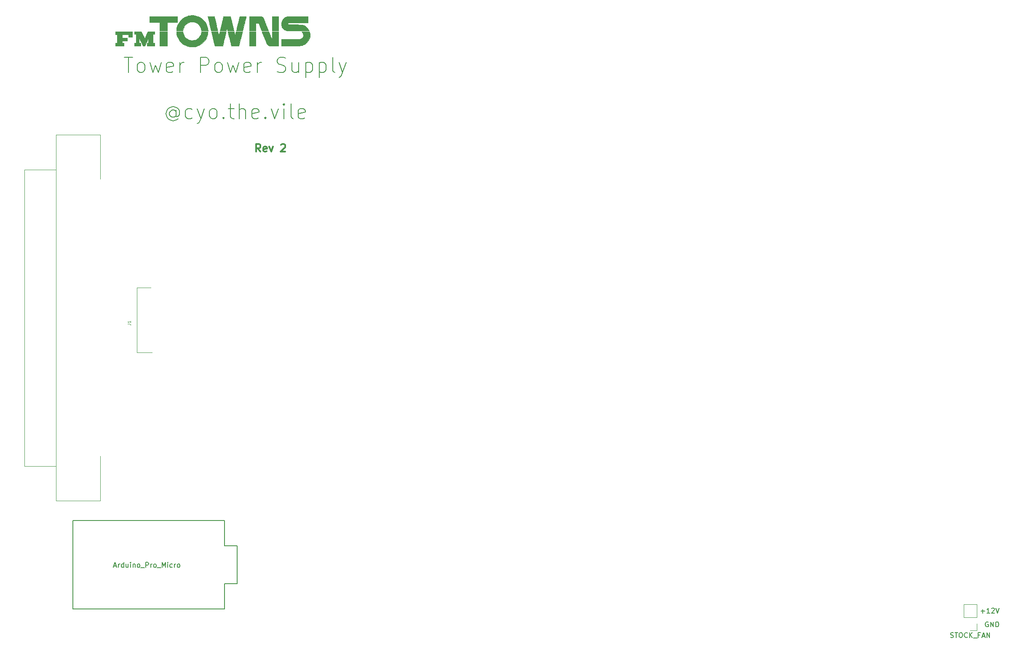
<source format=gbr>
%TF.GenerationSoftware,KiCad,Pcbnew,(5.1.10)-1*%
%TF.CreationDate,2022-08-08T13:21:15-05:00*%
%TF.ProjectId,FM Towns Pico Adapter,464d2054-6f77-46e7-9320-5069636f2041,rev?*%
%TF.SameCoordinates,Original*%
%TF.FileFunction,Legend,Top*%
%TF.FilePolarity,Positive*%
%FSLAX46Y46*%
G04 Gerber Fmt 4.6, Leading zero omitted, Abs format (unit mm)*
G04 Created by KiCad (PCBNEW (5.1.10)-1) date 2022-08-08 13:21:15*
%MOMM*%
%LPD*%
G01*
G04 APERTURE LIST*
%ADD10C,0.300000*%
%ADD11C,0.150000*%
%ADD12C,0.120000*%
%ADD13C,0.010000*%
%ADD14C,0.100000*%
%ADD15C,0.121920*%
G04 APERTURE END LIST*
D10*
X81479485Y-65143771D02*
X80979485Y-64429485D01*
X80622342Y-65143771D02*
X80622342Y-63643771D01*
X81193771Y-63643771D01*
X81336628Y-63715200D01*
X81408057Y-63786628D01*
X81479485Y-63929485D01*
X81479485Y-64143771D01*
X81408057Y-64286628D01*
X81336628Y-64358057D01*
X81193771Y-64429485D01*
X80622342Y-64429485D01*
X82693771Y-65072342D02*
X82550914Y-65143771D01*
X82265200Y-65143771D01*
X82122342Y-65072342D01*
X82050914Y-64929485D01*
X82050914Y-64358057D01*
X82122342Y-64215200D01*
X82265200Y-64143771D01*
X82550914Y-64143771D01*
X82693771Y-64215200D01*
X82765200Y-64358057D01*
X82765200Y-64500914D01*
X82050914Y-64643771D01*
X83265200Y-64143771D02*
X83622342Y-65143771D01*
X83979485Y-64143771D01*
X85622342Y-63786628D02*
X85693771Y-63715200D01*
X85836628Y-63643771D01*
X86193771Y-63643771D01*
X86336628Y-63715200D01*
X86408057Y-63786628D01*
X86479485Y-63929485D01*
X86479485Y-64072342D01*
X86408057Y-64286628D01*
X85550914Y-65143771D01*
X86479485Y-65143771D01*
D11*
X226298095Y-157511428D02*
X227060000Y-157511428D01*
X226679047Y-157892380D02*
X226679047Y-157130476D01*
X228060000Y-157892380D02*
X227488571Y-157892380D01*
X227774285Y-157892380D02*
X227774285Y-156892380D01*
X227679047Y-157035238D01*
X227583809Y-157130476D01*
X227488571Y-157178095D01*
X228440952Y-156987619D02*
X228488571Y-156940000D01*
X228583809Y-156892380D01*
X228821904Y-156892380D01*
X228917142Y-156940000D01*
X228964761Y-156987619D01*
X229012380Y-157082857D01*
X229012380Y-157178095D01*
X228964761Y-157320952D01*
X228393333Y-157892380D01*
X229012380Y-157892380D01*
X229298095Y-156892380D02*
X229631428Y-157892380D01*
X229964761Y-156892380D01*
X227758095Y-159710000D02*
X227662857Y-159662380D01*
X227520000Y-159662380D01*
X227377142Y-159710000D01*
X227281904Y-159805238D01*
X227234285Y-159900476D01*
X227186666Y-160090952D01*
X227186666Y-160233809D01*
X227234285Y-160424285D01*
X227281904Y-160519523D01*
X227377142Y-160614761D01*
X227520000Y-160662380D01*
X227615238Y-160662380D01*
X227758095Y-160614761D01*
X227805714Y-160567142D01*
X227805714Y-160233809D01*
X227615238Y-160233809D01*
X228234285Y-160662380D02*
X228234285Y-159662380D01*
X228805714Y-160662380D01*
X228805714Y-159662380D01*
X229281904Y-160662380D02*
X229281904Y-159662380D01*
X229520000Y-159662380D01*
X229662857Y-159710000D01*
X229758095Y-159805238D01*
X229805714Y-159900476D01*
X229853333Y-160090952D01*
X229853333Y-160233809D01*
X229805714Y-160424285D01*
X229758095Y-160519523D01*
X229662857Y-160614761D01*
X229520000Y-160662380D01*
X229281904Y-160662380D01*
D12*
X56670040Y-92464400D02*
X59410040Y-92464400D01*
X56670040Y-105474400D02*
X56670040Y-92464400D01*
X59700040Y-105474400D02*
X56670040Y-105474400D01*
D11*
X52034112Y-148432626D02*
X52510302Y-148432626D01*
X51938874Y-148718340D02*
X52272207Y-147718340D01*
X52605540Y-148718340D01*
X52938874Y-148718340D02*
X52938874Y-148051674D01*
X52938874Y-148242150D02*
X52986493Y-148146912D01*
X53034112Y-148099293D01*
X53129350Y-148051674D01*
X53224588Y-148051674D01*
X53986493Y-148718340D02*
X53986493Y-147718340D01*
X53986493Y-148670721D02*
X53891255Y-148718340D01*
X53700779Y-148718340D01*
X53605540Y-148670721D01*
X53557921Y-148623102D01*
X53510302Y-148527864D01*
X53510302Y-148242150D01*
X53557921Y-148146912D01*
X53605540Y-148099293D01*
X53700779Y-148051674D01*
X53891255Y-148051674D01*
X53986493Y-148099293D01*
X54891255Y-148051674D02*
X54891255Y-148718340D01*
X54462683Y-148051674D02*
X54462683Y-148575483D01*
X54510302Y-148670721D01*
X54605540Y-148718340D01*
X54748398Y-148718340D01*
X54843636Y-148670721D01*
X54891255Y-148623102D01*
X55367445Y-148718340D02*
X55367445Y-148051674D01*
X55367445Y-147718340D02*
X55319826Y-147765960D01*
X55367445Y-147813579D01*
X55415064Y-147765960D01*
X55367445Y-147718340D01*
X55367445Y-147813579D01*
X55843636Y-148051674D02*
X55843636Y-148718340D01*
X55843636Y-148146912D02*
X55891255Y-148099293D01*
X55986493Y-148051674D01*
X56129350Y-148051674D01*
X56224588Y-148099293D01*
X56272207Y-148194531D01*
X56272207Y-148718340D01*
X56891255Y-148718340D02*
X56796017Y-148670721D01*
X56748398Y-148623102D01*
X56700779Y-148527864D01*
X56700779Y-148242150D01*
X56748398Y-148146912D01*
X56796017Y-148099293D01*
X56891255Y-148051674D01*
X57034112Y-148051674D01*
X57129350Y-148099293D01*
X57176969Y-148146912D01*
X57224588Y-148242150D01*
X57224588Y-148527864D01*
X57176969Y-148623102D01*
X57129350Y-148670721D01*
X57034112Y-148718340D01*
X56891255Y-148718340D01*
X57415064Y-148813579D02*
X58176969Y-148813579D01*
X58415064Y-148718340D02*
X58415064Y-147718340D01*
X58796017Y-147718340D01*
X58891255Y-147765960D01*
X58938874Y-147813579D01*
X58986493Y-147908817D01*
X58986493Y-148051674D01*
X58938874Y-148146912D01*
X58891255Y-148194531D01*
X58796017Y-148242150D01*
X58415064Y-148242150D01*
X59415064Y-148718340D02*
X59415064Y-148051674D01*
X59415064Y-148242150D02*
X59462683Y-148146912D01*
X59510302Y-148099293D01*
X59605540Y-148051674D01*
X59700779Y-148051674D01*
X60176969Y-148718340D02*
X60081731Y-148670721D01*
X60034112Y-148623102D01*
X59986493Y-148527864D01*
X59986493Y-148242150D01*
X60034112Y-148146912D01*
X60081731Y-148099293D01*
X60176969Y-148051674D01*
X60319826Y-148051674D01*
X60415064Y-148099293D01*
X60462683Y-148146912D01*
X60510302Y-148242150D01*
X60510302Y-148527864D01*
X60462683Y-148623102D01*
X60415064Y-148670721D01*
X60319826Y-148718340D01*
X60176969Y-148718340D01*
X60700779Y-148813579D02*
X61462683Y-148813579D01*
X61700779Y-148718340D02*
X61700779Y-147718340D01*
X62034112Y-148432626D01*
X62367445Y-147718340D01*
X62367445Y-148718340D01*
X62843636Y-148718340D02*
X62843636Y-148051674D01*
X62843636Y-147718340D02*
X62796017Y-147765960D01*
X62843636Y-147813579D01*
X62891255Y-147765960D01*
X62843636Y-147718340D01*
X62843636Y-147813579D01*
X63748398Y-148670721D02*
X63653159Y-148718340D01*
X63462683Y-148718340D01*
X63367445Y-148670721D01*
X63319826Y-148623102D01*
X63272207Y-148527864D01*
X63272207Y-148242150D01*
X63319826Y-148146912D01*
X63367445Y-148099293D01*
X63462683Y-148051674D01*
X63653159Y-148051674D01*
X63748398Y-148099293D01*
X64176969Y-148718340D02*
X64176969Y-148051674D01*
X64176969Y-148242150D02*
X64224588Y-148146912D01*
X64272207Y-148099293D01*
X64367445Y-148051674D01*
X64462683Y-148051674D01*
X64938874Y-148718340D02*
X64843636Y-148670721D01*
X64796017Y-148623102D01*
X64748398Y-148527864D01*
X64748398Y-148242150D01*
X64796017Y-148146912D01*
X64843636Y-148099293D01*
X64938874Y-148051674D01*
X65081731Y-148051674D01*
X65176969Y-148099293D01*
X65224588Y-148146912D01*
X65272207Y-148242150D01*
X65272207Y-148527864D01*
X65224588Y-148623102D01*
X65176969Y-148670721D01*
X65081731Y-148718340D01*
X64938874Y-148718340D01*
X54122857Y-46197142D02*
X55837142Y-46197142D01*
X54980000Y-49197142D02*
X54980000Y-46197142D01*
X57265714Y-49197142D02*
X56980000Y-49054285D01*
X56837142Y-48911428D01*
X56694285Y-48625714D01*
X56694285Y-47768571D01*
X56837142Y-47482857D01*
X56980000Y-47340000D01*
X57265714Y-47197142D01*
X57694285Y-47197142D01*
X57980000Y-47340000D01*
X58122857Y-47482857D01*
X58265714Y-47768571D01*
X58265714Y-48625714D01*
X58122857Y-48911428D01*
X57980000Y-49054285D01*
X57694285Y-49197142D01*
X57265714Y-49197142D01*
X59265714Y-47197142D02*
X59837142Y-49197142D01*
X60408571Y-47768571D01*
X60980000Y-49197142D01*
X61551428Y-47197142D01*
X63837142Y-49054285D02*
X63551428Y-49197142D01*
X62980000Y-49197142D01*
X62694285Y-49054285D01*
X62551428Y-48768571D01*
X62551428Y-47625714D01*
X62694285Y-47340000D01*
X62980000Y-47197142D01*
X63551428Y-47197142D01*
X63837142Y-47340000D01*
X63980000Y-47625714D01*
X63980000Y-47911428D01*
X62551428Y-48197142D01*
X65265714Y-49197142D02*
X65265714Y-47197142D01*
X65265714Y-47768571D02*
X65408571Y-47482857D01*
X65551428Y-47340000D01*
X65837142Y-47197142D01*
X66122857Y-47197142D01*
X69408571Y-49197142D02*
X69408571Y-46197142D01*
X70551428Y-46197142D01*
X70837142Y-46340000D01*
X70980000Y-46482857D01*
X71122857Y-46768571D01*
X71122857Y-47197142D01*
X70980000Y-47482857D01*
X70837142Y-47625714D01*
X70551428Y-47768571D01*
X69408571Y-47768571D01*
X72837142Y-49197142D02*
X72551428Y-49054285D01*
X72408571Y-48911428D01*
X72265714Y-48625714D01*
X72265714Y-47768571D01*
X72408571Y-47482857D01*
X72551428Y-47340000D01*
X72837142Y-47197142D01*
X73265714Y-47197142D01*
X73551428Y-47340000D01*
X73694285Y-47482857D01*
X73837142Y-47768571D01*
X73837142Y-48625714D01*
X73694285Y-48911428D01*
X73551428Y-49054285D01*
X73265714Y-49197142D01*
X72837142Y-49197142D01*
X74837142Y-47197142D02*
X75408571Y-49197142D01*
X75980000Y-47768571D01*
X76551428Y-49197142D01*
X77122857Y-47197142D01*
X79408571Y-49054285D02*
X79122857Y-49197142D01*
X78551428Y-49197142D01*
X78265714Y-49054285D01*
X78122857Y-48768571D01*
X78122857Y-47625714D01*
X78265714Y-47340000D01*
X78551428Y-47197142D01*
X79122857Y-47197142D01*
X79408571Y-47340000D01*
X79551428Y-47625714D01*
X79551428Y-47911428D01*
X78122857Y-48197142D01*
X80837142Y-49197142D02*
X80837142Y-47197142D01*
X80837142Y-47768571D02*
X80980000Y-47482857D01*
X81122857Y-47340000D01*
X81408571Y-47197142D01*
X81694285Y-47197142D01*
X84837142Y-49054285D02*
X85265714Y-49197142D01*
X85980000Y-49197142D01*
X86265714Y-49054285D01*
X86408571Y-48911428D01*
X86551428Y-48625714D01*
X86551428Y-48340000D01*
X86408571Y-48054285D01*
X86265714Y-47911428D01*
X85980000Y-47768571D01*
X85408571Y-47625714D01*
X85122857Y-47482857D01*
X84980000Y-47340000D01*
X84837142Y-47054285D01*
X84837142Y-46768571D01*
X84980000Y-46482857D01*
X85122857Y-46340000D01*
X85408571Y-46197142D01*
X86122857Y-46197142D01*
X86551428Y-46340000D01*
X89122857Y-47197142D02*
X89122857Y-49197142D01*
X87837142Y-47197142D02*
X87837142Y-48768571D01*
X87980000Y-49054285D01*
X88265714Y-49197142D01*
X88694285Y-49197142D01*
X88980000Y-49054285D01*
X89122857Y-48911428D01*
X90551428Y-47197142D02*
X90551428Y-50197142D01*
X90551428Y-47340000D02*
X90837142Y-47197142D01*
X91408571Y-47197142D01*
X91694285Y-47340000D01*
X91837142Y-47482857D01*
X91980000Y-47768571D01*
X91980000Y-48625714D01*
X91837142Y-48911428D01*
X91694285Y-49054285D01*
X91408571Y-49197142D01*
X90837142Y-49197142D01*
X90551428Y-49054285D01*
X93265714Y-47197142D02*
X93265714Y-50197142D01*
X93265714Y-47340000D02*
X93551428Y-47197142D01*
X94122857Y-47197142D01*
X94408571Y-47340000D01*
X94551428Y-47482857D01*
X94694285Y-47768571D01*
X94694285Y-48625714D01*
X94551428Y-48911428D01*
X94408571Y-49054285D01*
X94122857Y-49197142D01*
X93551428Y-49197142D01*
X93265714Y-49054285D01*
X96408571Y-49197142D02*
X96122857Y-49054285D01*
X95980000Y-48768571D01*
X95980000Y-46197142D01*
X97265714Y-47197142D02*
X97980000Y-49197142D01*
X98694285Y-47197142D02*
X97980000Y-49197142D01*
X97694285Y-49911428D01*
X97551428Y-50054285D01*
X97265714Y-50197142D01*
X64480000Y-57068571D02*
X64337142Y-56925714D01*
X64051428Y-56782857D01*
X63765714Y-56782857D01*
X63480000Y-56925714D01*
X63337142Y-57068571D01*
X63194285Y-57354285D01*
X63194285Y-57640000D01*
X63337142Y-57925714D01*
X63480000Y-58068571D01*
X63765714Y-58211428D01*
X64051428Y-58211428D01*
X64337142Y-58068571D01*
X64480000Y-57925714D01*
X64480000Y-56782857D02*
X64480000Y-57925714D01*
X64622857Y-58068571D01*
X64765714Y-58068571D01*
X65051428Y-57925714D01*
X65194285Y-57640000D01*
X65194285Y-56925714D01*
X64908571Y-56497142D01*
X64480000Y-56211428D01*
X63908571Y-56068571D01*
X63337142Y-56211428D01*
X62908571Y-56497142D01*
X62622857Y-56925714D01*
X62480000Y-57497142D01*
X62622857Y-58068571D01*
X62908571Y-58497142D01*
X63337142Y-58782857D01*
X63908571Y-58925714D01*
X64480000Y-58782857D01*
X64908571Y-58497142D01*
X67765714Y-58354285D02*
X67480000Y-58497142D01*
X66908571Y-58497142D01*
X66622857Y-58354285D01*
X66480000Y-58211428D01*
X66337142Y-57925714D01*
X66337142Y-57068571D01*
X66480000Y-56782857D01*
X66622857Y-56640000D01*
X66908571Y-56497142D01*
X67480000Y-56497142D01*
X67765714Y-56640000D01*
X68765714Y-56497142D02*
X69480000Y-58497142D01*
X70194285Y-56497142D02*
X69480000Y-58497142D01*
X69194285Y-59211428D01*
X69051428Y-59354285D01*
X68765714Y-59497142D01*
X71765714Y-58497142D02*
X71480000Y-58354285D01*
X71337142Y-58211428D01*
X71194285Y-57925714D01*
X71194285Y-57068571D01*
X71337142Y-56782857D01*
X71480000Y-56640000D01*
X71765714Y-56497142D01*
X72194285Y-56497142D01*
X72480000Y-56640000D01*
X72622857Y-56782857D01*
X72765714Y-57068571D01*
X72765714Y-57925714D01*
X72622857Y-58211428D01*
X72480000Y-58354285D01*
X72194285Y-58497142D01*
X71765714Y-58497142D01*
X74051428Y-58211428D02*
X74194285Y-58354285D01*
X74051428Y-58497142D01*
X73908571Y-58354285D01*
X74051428Y-58211428D01*
X74051428Y-58497142D01*
X75051428Y-56497142D02*
X76194285Y-56497142D01*
X75480000Y-55497142D02*
X75480000Y-58068571D01*
X75622857Y-58354285D01*
X75908571Y-58497142D01*
X76194285Y-58497142D01*
X77194285Y-58497142D02*
X77194285Y-55497142D01*
X78480000Y-58497142D02*
X78480000Y-56925714D01*
X78337142Y-56640000D01*
X78051428Y-56497142D01*
X77622857Y-56497142D01*
X77337142Y-56640000D01*
X77194285Y-56782857D01*
X81051428Y-58354285D02*
X80765714Y-58497142D01*
X80194285Y-58497142D01*
X79908571Y-58354285D01*
X79765714Y-58068571D01*
X79765714Y-56925714D01*
X79908571Y-56640000D01*
X80194285Y-56497142D01*
X80765714Y-56497142D01*
X81051428Y-56640000D01*
X81194285Y-56925714D01*
X81194285Y-57211428D01*
X79765714Y-57497142D01*
X82480000Y-58211428D02*
X82622857Y-58354285D01*
X82480000Y-58497142D01*
X82337142Y-58354285D01*
X82480000Y-58211428D01*
X82480000Y-58497142D01*
X83622857Y-56497142D02*
X84337142Y-58497142D01*
X85051428Y-56497142D01*
X86194285Y-58497142D02*
X86194285Y-56497142D01*
X86194285Y-55497142D02*
X86051428Y-55640000D01*
X86194285Y-55782857D01*
X86337142Y-55640000D01*
X86194285Y-55497142D01*
X86194285Y-55782857D01*
X88051428Y-58497142D02*
X87765714Y-58354285D01*
X87622857Y-58068571D01*
X87622857Y-55497142D01*
X90337142Y-58354285D02*
X90051428Y-58497142D01*
X89480000Y-58497142D01*
X89194285Y-58354285D01*
X89051428Y-58068571D01*
X89051428Y-56925714D01*
X89194285Y-56640000D01*
X89480000Y-56497142D01*
X90051428Y-56497142D01*
X90337142Y-56640000D01*
X90480000Y-56925714D01*
X90480000Y-57211428D01*
X89051428Y-57497142D01*
%TO.C,U1*%
X74263160Y-139285960D02*
X43783160Y-139285960D01*
X74263160Y-139285960D02*
X74263160Y-144365960D01*
X74263160Y-144365960D02*
X76803160Y-144365960D01*
X76803160Y-144365960D02*
X76803160Y-151985960D01*
X76803160Y-151985960D02*
X74263160Y-151985960D01*
X74263160Y-151985960D02*
X74263160Y-157065960D01*
X74263160Y-157065960D02*
X43783160Y-157065960D01*
X43783160Y-157065960D02*
X43783160Y-139285960D01*
D12*
%TO.C,STOCK_FAN*%
X225470000Y-156180000D02*
X222810000Y-156180000D01*
X225470000Y-158780000D02*
X225470000Y-156180000D01*
X222810000Y-158780000D02*
X222810000Y-156180000D01*
X225470000Y-158780000D02*
X222810000Y-158780000D01*
X225470000Y-160050000D02*
X225470000Y-161380000D01*
X225470000Y-161380000D02*
X224140000Y-161380000D01*
D13*
%TO.C,G\u002A\u002A\u002A*%
G36*
X65897366Y-41107433D02*
G01*
X65941235Y-41348094D01*
X66015607Y-41577507D01*
X66118314Y-41793346D01*
X66247187Y-41993284D01*
X66400057Y-42174993D01*
X66574758Y-42336147D01*
X66769120Y-42474419D01*
X66980975Y-42587481D01*
X67208155Y-42673006D01*
X67399972Y-42720130D01*
X67511765Y-42735131D01*
X67644535Y-42743248D01*
X67786101Y-42744495D01*
X67924285Y-42738886D01*
X68046906Y-42726434D01*
X68089815Y-42719361D01*
X68320277Y-42659161D01*
X68539296Y-42569573D01*
X68744341Y-42453190D01*
X68932880Y-42312601D01*
X69102381Y-42150398D01*
X69250312Y-41969171D01*
X69374141Y-41771511D01*
X69471336Y-41560010D01*
X69539365Y-41337258D01*
X69563332Y-41211551D01*
X69573838Y-41142853D01*
X69583271Y-41083164D01*
X69589848Y-41043731D01*
X69590582Y-41039700D01*
X69597711Y-41001600D01*
X70916592Y-41001600D01*
X70907217Y-41115900D01*
X70892757Y-41251866D01*
X70871508Y-41399461D01*
X70845833Y-41544174D01*
X70818095Y-41671490D01*
X70814336Y-41686493D01*
X70718587Y-41994617D01*
X70593126Y-42288741D01*
X70439727Y-42567009D01*
X70260166Y-42827565D01*
X70056219Y-43068553D01*
X69829661Y-43288116D01*
X69582268Y-43484400D01*
X69315816Y-43655547D01*
X69032079Y-43799702D01*
X68732834Y-43915009D01*
X68660817Y-43937610D01*
X68384337Y-44007589D01*
X68105203Y-44051227D01*
X67816080Y-44069355D01*
X67539666Y-44064462D01*
X67235684Y-44032150D01*
X66932606Y-43967707D01*
X66634487Y-43872720D01*
X66345385Y-43748779D01*
X66069356Y-43597470D01*
X65810459Y-43420383D01*
X65727800Y-43355190D01*
X65629322Y-43268856D01*
X65520983Y-43164087D01*
X65410590Y-43049204D01*
X65305951Y-42932530D01*
X65214875Y-42822387D01*
X65163448Y-42753734D01*
X64983912Y-42471596D01*
X64835697Y-42177552D01*
X64719235Y-41872775D01*
X64634954Y-41558436D01*
X64583285Y-41235709D01*
X64575181Y-41149767D01*
X64563209Y-41001600D01*
X65885341Y-41001600D01*
X65897366Y-41107433D01*
G37*
X65897366Y-41107433D02*
X65941235Y-41348094D01*
X66015607Y-41577507D01*
X66118314Y-41793346D01*
X66247187Y-41993284D01*
X66400057Y-42174993D01*
X66574758Y-42336147D01*
X66769120Y-42474419D01*
X66980975Y-42587481D01*
X67208155Y-42673006D01*
X67399972Y-42720130D01*
X67511765Y-42735131D01*
X67644535Y-42743248D01*
X67786101Y-42744495D01*
X67924285Y-42738886D01*
X68046906Y-42726434D01*
X68089815Y-42719361D01*
X68320277Y-42659161D01*
X68539296Y-42569573D01*
X68744341Y-42453190D01*
X68932880Y-42312601D01*
X69102381Y-42150398D01*
X69250312Y-41969171D01*
X69374141Y-41771511D01*
X69471336Y-41560010D01*
X69539365Y-41337258D01*
X69563332Y-41211551D01*
X69573838Y-41142853D01*
X69583271Y-41083164D01*
X69589848Y-41043731D01*
X69590582Y-41039700D01*
X69597711Y-41001600D01*
X70916592Y-41001600D01*
X70907217Y-41115900D01*
X70892757Y-41251866D01*
X70871508Y-41399461D01*
X70845833Y-41544174D01*
X70818095Y-41671490D01*
X70814336Y-41686493D01*
X70718587Y-41994617D01*
X70593126Y-42288741D01*
X70439727Y-42567009D01*
X70260166Y-42827565D01*
X70056219Y-43068553D01*
X69829661Y-43288116D01*
X69582268Y-43484400D01*
X69315816Y-43655547D01*
X69032079Y-43799702D01*
X68732834Y-43915009D01*
X68660817Y-43937610D01*
X68384337Y-44007589D01*
X68105203Y-44051227D01*
X67816080Y-44069355D01*
X67539666Y-44064462D01*
X67235684Y-44032150D01*
X66932606Y-43967707D01*
X66634487Y-43872720D01*
X66345385Y-43748779D01*
X66069356Y-43597470D01*
X65810459Y-43420383D01*
X65727800Y-43355190D01*
X65629322Y-43268856D01*
X65520983Y-43164087D01*
X65410590Y-43049204D01*
X65305951Y-42932530D01*
X65214875Y-42822387D01*
X65163448Y-42753734D01*
X64983912Y-42471596D01*
X64835697Y-42177552D01*
X64719235Y-41872775D01*
X64634954Y-41558436D01*
X64583285Y-41235709D01*
X64575181Y-41149767D01*
X64563209Y-41001600D01*
X65885341Y-41001600D01*
X65897366Y-41107433D01*
G36*
X56822557Y-40971781D02*
G01*
X57526982Y-40976200D01*
X57854386Y-41687400D01*
X57921477Y-41832951D01*
X57984532Y-41969385D01*
X58042081Y-42093551D01*
X58092656Y-42202295D01*
X58134789Y-42292467D01*
X58167011Y-42360915D01*
X58187854Y-42404486D01*
X58195595Y-42419716D01*
X58205421Y-42409705D01*
X58227347Y-42369439D01*
X58260839Y-42300085D01*
X58305367Y-42202811D01*
X58360399Y-42078784D01*
X58425402Y-41929173D01*
X58499845Y-41755144D01*
X58521426Y-41704283D01*
X58833452Y-40967733D01*
X60232933Y-40967733D01*
X60232933Y-41526533D01*
X59877022Y-41526533D01*
X59881411Y-42385900D01*
X59885799Y-43245267D01*
X60059366Y-43250092D01*
X60232933Y-43254918D01*
X60232933Y-43863675D01*
X58683533Y-43854867D01*
X58674285Y-43253733D01*
X58912133Y-43253733D01*
X58910987Y-42775367D01*
X58910093Y-42623098D01*
X58908229Y-42501768D01*
X58905421Y-42412010D01*
X58901692Y-42354461D01*
X58897067Y-42329756D01*
X58893917Y-42330867D01*
X58884619Y-42353107D01*
X58864202Y-42403601D01*
X58833960Y-42479092D01*
X58795191Y-42576324D01*
X58749189Y-42692042D01*
X58697252Y-42822991D01*
X58640675Y-42965914D01*
X58583817Y-43109800D01*
X58289641Y-43854867D01*
X58063254Y-43859388D01*
X57836866Y-43863909D01*
X57464995Y-43058080D01*
X57393477Y-42903494D01*
X57325968Y-42758330D01*
X57263836Y-42625475D01*
X57208448Y-42507816D01*
X57161171Y-42408241D01*
X57123371Y-42329638D01*
X57096416Y-42274893D01*
X57081673Y-42246895D01*
X57079508Y-42243836D01*
X57076237Y-42257907D01*
X57073543Y-42301781D01*
X57071500Y-42371400D01*
X57070183Y-42462704D01*
X57069666Y-42571635D01*
X57070025Y-42694132D01*
X57070379Y-42740344D01*
X57074866Y-43245267D01*
X57248433Y-43250092D01*
X57422000Y-43254918D01*
X57422000Y-43863333D01*
X56118133Y-43863333D01*
X56118133Y-43253733D01*
X56439866Y-43253733D01*
X56439866Y-41526533D01*
X56118133Y-41526533D01*
X56118133Y-40967362D01*
X56822557Y-40971781D01*
G37*
X56822557Y-40971781D02*
X57526982Y-40976200D01*
X57854386Y-41687400D01*
X57921477Y-41832951D01*
X57984532Y-41969385D01*
X58042081Y-42093551D01*
X58092656Y-42202295D01*
X58134789Y-42292467D01*
X58167011Y-42360915D01*
X58187854Y-42404486D01*
X58195595Y-42419716D01*
X58205421Y-42409705D01*
X58227347Y-42369439D01*
X58260839Y-42300085D01*
X58305367Y-42202811D01*
X58360399Y-42078784D01*
X58425402Y-41929173D01*
X58499845Y-41755144D01*
X58521426Y-41704283D01*
X58833452Y-40967733D01*
X60232933Y-40967733D01*
X60232933Y-41526533D01*
X59877022Y-41526533D01*
X59881411Y-42385900D01*
X59885799Y-43245267D01*
X60059366Y-43250092D01*
X60232933Y-43254918D01*
X60232933Y-43863675D01*
X58683533Y-43854867D01*
X58674285Y-43253733D01*
X58912133Y-43253733D01*
X58910987Y-42775367D01*
X58910093Y-42623098D01*
X58908229Y-42501768D01*
X58905421Y-42412010D01*
X58901692Y-42354461D01*
X58897067Y-42329756D01*
X58893917Y-42330867D01*
X58884619Y-42353107D01*
X58864202Y-42403601D01*
X58833960Y-42479092D01*
X58795191Y-42576324D01*
X58749189Y-42692042D01*
X58697252Y-42822991D01*
X58640675Y-42965914D01*
X58583817Y-43109800D01*
X58289641Y-43854867D01*
X58063254Y-43859388D01*
X57836866Y-43863909D01*
X57464995Y-43058080D01*
X57393477Y-42903494D01*
X57325968Y-42758330D01*
X57263836Y-42625475D01*
X57208448Y-42507816D01*
X57161171Y-42408241D01*
X57123371Y-42329638D01*
X57096416Y-42274893D01*
X57081673Y-42246895D01*
X57079508Y-42243836D01*
X57076237Y-42257907D01*
X57073543Y-42301781D01*
X57071500Y-42371400D01*
X57070183Y-42462704D01*
X57069666Y-42571635D01*
X57070025Y-42694132D01*
X57070379Y-42740344D01*
X57074866Y-43245267D01*
X57248433Y-43250092D01*
X57422000Y-43254918D01*
X57422000Y-43863333D01*
X56118133Y-43863333D01*
X56118133Y-43253733D01*
X56439866Y-43253733D01*
X56439866Y-41526533D01*
X56118133Y-41526533D01*
X56118133Y-40967362D01*
X56822557Y-40971781D01*
G36*
X62705199Y-43863333D02*
G01*
X61248933Y-43863333D01*
X61248933Y-41001600D01*
X62705199Y-41001600D01*
X62705199Y-43863333D01*
G37*
X62705199Y-43863333D02*
X61248933Y-43863333D01*
X61248933Y-41001600D01*
X62705199Y-41001600D01*
X62705199Y-43863333D01*
G36*
X55745600Y-42136133D02*
G01*
X54932800Y-42136133D01*
X54932800Y-41577333D01*
X53713599Y-41577333D01*
X53713599Y-42237733D01*
X54695733Y-42237733D01*
X54695733Y-42830400D01*
X53696666Y-42830400D01*
X53696666Y-43270667D01*
X54052266Y-43270667D01*
X54052266Y-43846400D01*
X52358933Y-43846400D01*
X52358933Y-43270667D01*
X52680666Y-43270667D01*
X52680666Y-41577333D01*
X52358933Y-41577333D01*
X52358933Y-40967733D01*
X55745600Y-40967733D01*
X55745600Y-42136133D01*
G37*
X55745600Y-42136133D02*
X54932800Y-42136133D01*
X54932800Y-41577333D01*
X53713599Y-41577333D01*
X53713599Y-42237733D01*
X54695733Y-42237733D01*
X54695733Y-42830400D01*
X53696666Y-42830400D01*
X53696666Y-43270667D01*
X54052266Y-43270667D01*
X54052266Y-43846400D01*
X52358933Y-43846400D01*
X52358933Y-43270667D01*
X52680666Y-43270667D01*
X52680666Y-41577333D01*
X52358933Y-41577333D01*
X52358933Y-40967733D01*
X55745600Y-40967733D01*
X55745600Y-42136133D01*
G36*
X72999839Y-41400621D02*
G01*
X73025572Y-41510040D01*
X73049481Y-41606196D01*
X73070420Y-41684912D01*
X73087240Y-41742009D01*
X73098795Y-41773307D01*
X73103289Y-41777388D01*
X73110557Y-41755081D01*
X73124301Y-41704794D01*
X73143244Y-41631512D01*
X73166110Y-41540222D01*
X73191621Y-41435910D01*
X73205464Y-41378367D01*
X73295585Y-41001600D01*
X74572114Y-41001600D01*
X74547491Y-41107433D01*
X74539672Y-41140420D01*
X74524557Y-41203586D01*
X74502806Y-41294191D01*
X74475080Y-41409494D01*
X74442038Y-41546755D01*
X74404340Y-41703234D01*
X74362647Y-41876191D01*
X74317617Y-42062885D01*
X74269912Y-42260576D01*
X74220192Y-42466524D01*
X74205925Y-42525600D01*
X73888982Y-43837933D01*
X73089224Y-43842332D01*
X72928279Y-43843071D01*
X72778158Y-43843477D01*
X72642161Y-43843562D01*
X72523585Y-43843337D01*
X72425729Y-43842813D01*
X72351892Y-43842002D01*
X72305373Y-43840915D01*
X72289466Y-43839585D01*
X72285631Y-43822753D01*
X72274565Y-43775733D01*
X72256923Y-43701275D01*
X72233362Y-43602124D01*
X72204538Y-43481030D01*
X72171109Y-43340741D01*
X72133729Y-43184004D01*
X72093056Y-43013566D01*
X72049746Y-42832177D01*
X72004456Y-42642584D01*
X71957841Y-42447535D01*
X71910559Y-42249777D01*
X71863265Y-42052060D01*
X71816616Y-41857129D01*
X71771269Y-41667735D01*
X71727879Y-41486623D01*
X71687104Y-41316543D01*
X71649600Y-41160242D01*
X71620645Y-41039700D01*
X71611488Y-41001600D01*
X72908443Y-41001600D01*
X72999839Y-41400621D01*
G37*
X72999839Y-41400621D02*
X73025572Y-41510040D01*
X73049481Y-41606196D01*
X73070420Y-41684912D01*
X73087240Y-41742009D01*
X73098795Y-41773307D01*
X73103289Y-41777388D01*
X73110557Y-41755081D01*
X73124301Y-41704794D01*
X73143244Y-41631512D01*
X73166110Y-41540222D01*
X73191621Y-41435910D01*
X73205464Y-41378367D01*
X73295585Y-41001600D01*
X74572114Y-41001600D01*
X74547491Y-41107433D01*
X74539672Y-41140420D01*
X74524557Y-41203586D01*
X74502806Y-41294191D01*
X74475080Y-41409494D01*
X74442038Y-41546755D01*
X74404340Y-41703234D01*
X74362647Y-41876191D01*
X74317617Y-42062885D01*
X74269912Y-42260576D01*
X74220192Y-42466524D01*
X74205925Y-42525600D01*
X73888982Y-43837933D01*
X73089224Y-43842332D01*
X72928279Y-43843071D01*
X72778158Y-43843477D01*
X72642161Y-43843562D01*
X72523585Y-43843337D01*
X72425729Y-43842813D01*
X72351892Y-43842002D01*
X72305373Y-43840915D01*
X72289466Y-43839585D01*
X72285631Y-43822753D01*
X72274565Y-43775733D01*
X72256923Y-43701275D01*
X72233362Y-43602124D01*
X72204538Y-43481030D01*
X72171109Y-43340741D01*
X72133729Y-43184004D01*
X72093056Y-43013566D01*
X72049746Y-42832177D01*
X72004456Y-42642584D01*
X71957841Y-42447535D01*
X71910559Y-42249777D01*
X71863265Y-42052060D01*
X71816616Y-41857129D01*
X71771269Y-41667735D01*
X71727879Y-41486623D01*
X71687104Y-41316543D01*
X71649600Y-41160242D01*
X71620645Y-41039700D01*
X71611488Y-41001600D01*
X72908443Y-41001600D01*
X72999839Y-41400621D01*
G36*
X77849356Y-41048167D02*
G01*
X77843625Y-41071474D01*
X77830531Y-41125172D01*
X77810689Y-41206737D01*
X77784709Y-41313644D01*
X77753206Y-41443370D01*
X77716791Y-41593391D01*
X77676077Y-41761183D01*
X77631678Y-41944222D01*
X77584205Y-42139984D01*
X77534272Y-42345946D01*
X77505091Y-42466333D01*
X77172648Y-43837933D01*
X76398525Y-43842338D01*
X76208859Y-43843234D01*
X76050606Y-43843541D01*
X75921319Y-43843205D01*
X75818548Y-43842174D01*
X75739844Y-43840395D01*
X75682759Y-43837814D01*
X75644844Y-43834379D01*
X75623650Y-43830035D01*
X75616880Y-43825404D01*
X75611642Y-43805873D01*
X75599014Y-43756599D01*
X75579722Y-43680498D01*
X75554495Y-43580485D01*
X75524060Y-43459476D01*
X75489145Y-43320384D01*
X75450478Y-43166126D01*
X75408786Y-42999616D01*
X75364798Y-42823770D01*
X75319240Y-42641503D01*
X75272841Y-42455730D01*
X75226329Y-42269366D01*
X75180430Y-42085325D01*
X75135872Y-41906524D01*
X75093384Y-41735878D01*
X75053693Y-41576301D01*
X75017527Y-41430708D01*
X74985613Y-41302016D01*
X74958680Y-41193138D01*
X74937454Y-41106990D01*
X74922663Y-41046487D01*
X74915036Y-41014545D01*
X74914133Y-41010225D01*
X74930444Y-41008270D01*
X74976892Y-41006470D01*
X75049745Y-41004877D01*
X75145274Y-41003542D01*
X75259748Y-41002517D01*
X75389436Y-41001853D01*
X75530609Y-41001601D01*
X75539525Y-41001600D01*
X75701985Y-41001691D01*
X75833811Y-41002066D01*
X75938237Y-41002875D01*
X76018497Y-41004270D01*
X76077823Y-41006402D01*
X76119448Y-41009423D01*
X76146606Y-41013483D01*
X76162530Y-41018734D01*
X76170453Y-41025326D01*
X76173088Y-41031233D01*
X76179329Y-41055802D01*
X76192263Y-41108122D01*
X76210624Y-41183026D01*
X76233149Y-41275349D01*
X76258570Y-41379922D01*
X76270637Y-41429676D01*
X76296728Y-41534426D01*
X76320828Y-41625715D01*
X76341685Y-41699232D01*
X76358045Y-41750668D01*
X76368657Y-41775711D01*
X76371522Y-41776810D01*
X76378626Y-41754675D01*
X76392210Y-41704548D01*
X76411009Y-41631408D01*
X76433754Y-41540230D01*
X76459177Y-41435991D01*
X76473013Y-41378367D01*
X76562997Y-41001600D01*
X77861178Y-41001600D01*
X77849356Y-41048167D01*
G37*
X77849356Y-41048167D02*
X77843625Y-41071474D01*
X77830531Y-41125172D01*
X77810689Y-41206737D01*
X77784709Y-41313644D01*
X77753206Y-41443370D01*
X77716791Y-41593391D01*
X77676077Y-41761183D01*
X77631678Y-41944222D01*
X77584205Y-42139984D01*
X77534272Y-42345946D01*
X77505091Y-42466333D01*
X77172648Y-43837933D01*
X76398525Y-43842338D01*
X76208859Y-43843234D01*
X76050606Y-43843541D01*
X75921319Y-43843205D01*
X75818548Y-43842174D01*
X75739844Y-43840395D01*
X75682759Y-43837814D01*
X75644844Y-43834379D01*
X75623650Y-43830035D01*
X75616880Y-43825404D01*
X75611642Y-43805873D01*
X75599014Y-43756599D01*
X75579722Y-43680498D01*
X75554495Y-43580485D01*
X75524060Y-43459476D01*
X75489145Y-43320384D01*
X75450478Y-43166126D01*
X75408786Y-42999616D01*
X75364798Y-42823770D01*
X75319240Y-42641503D01*
X75272841Y-42455730D01*
X75226329Y-42269366D01*
X75180430Y-42085325D01*
X75135872Y-41906524D01*
X75093384Y-41735878D01*
X75053693Y-41576301D01*
X75017527Y-41430708D01*
X74985613Y-41302016D01*
X74958680Y-41193138D01*
X74937454Y-41106990D01*
X74922663Y-41046487D01*
X74915036Y-41014545D01*
X74914133Y-41010225D01*
X74930444Y-41008270D01*
X74976892Y-41006470D01*
X75049745Y-41004877D01*
X75145274Y-41003542D01*
X75259748Y-41002517D01*
X75389436Y-41001853D01*
X75530609Y-41001601D01*
X75539525Y-41001600D01*
X75701985Y-41001691D01*
X75833811Y-41002066D01*
X75938237Y-41002875D01*
X76018497Y-41004270D01*
X76077823Y-41006402D01*
X76119448Y-41009423D01*
X76146606Y-41013483D01*
X76162530Y-41018734D01*
X76170453Y-41025326D01*
X76173088Y-41031233D01*
X76179329Y-41055802D01*
X76192263Y-41108122D01*
X76210624Y-41183026D01*
X76233149Y-41275349D01*
X76258570Y-41379922D01*
X76270637Y-41429676D01*
X76296728Y-41534426D01*
X76320828Y-41625715D01*
X76341685Y-41699232D01*
X76358045Y-41750668D01*
X76368657Y-41775711D01*
X76371522Y-41776810D01*
X76378626Y-41754675D01*
X76392210Y-41704548D01*
X76411009Y-41631408D01*
X76433754Y-41540230D01*
X76459177Y-41435991D01*
X76473013Y-41378367D01*
X76562997Y-41001600D01*
X77861178Y-41001600D01*
X77849356Y-41048167D01*
G36*
X80536000Y-43846400D02*
G01*
X79215199Y-43846400D01*
X79215199Y-41001600D01*
X80536000Y-41001600D01*
X80536000Y-43846400D01*
G37*
X80536000Y-43846400D02*
X79215199Y-43846400D01*
X79215199Y-41001600D01*
X80536000Y-41001600D01*
X80536000Y-43846400D01*
G36*
X83382820Y-41648067D02*
G01*
X83455848Y-41828323D01*
X83518061Y-41979330D01*
X83570665Y-42103501D01*
X83614865Y-42203250D01*
X83651866Y-42280989D01*
X83682874Y-42339131D01*
X83709093Y-42380090D01*
X83731730Y-42406278D01*
X83751989Y-42420108D01*
X83770372Y-42424000D01*
X83778617Y-42423201D01*
X83785396Y-42418793D01*
X83790855Y-42407760D01*
X83795135Y-42387087D01*
X83798380Y-42353758D01*
X83800734Y-42304758D01*
X83802338Y-42237070D01*
X83803337Y-42147678D01*
X83803874Y-42033568D01*
X83804091Y-41891724D01*
X83804133Y-41719129D01*
X83804133Y-41001600D01*
X85074133Y-41001600D01*
X85074133Y-43846400D01*
X84189366Y-43844094D01*
X84018155Y-43843517D01*
X83856251Y-43842719D01*
X83706996Y-43841735D01*
X83573728Y-43840598D01*
X83459788Y-43839342D01*
X83368513Y-43838001D01*
X83303245Y-43836608D01*
X83267321Y-43835198D01*
X83262266Y-43834701D01*
X83169079Y-43811578D01*
X83073015Y-43775404D01*
X82991024Y-43732738D01*
X82979932Y-43725467D01*
X82898921Y-43658531D01*
X82828575Y-43573458D01*
X82763340Y-43463235D01*
X82748047Y-43432712D01*
X82733756Y-43400557D01*
X82708049Y-43339624D01*
X82672012Y-43252608D01*
X82626731Y-43142206D01*
X82573294Y-43011114D01*
X82512786Y-42862027D01*
X82446295Y-42697643D01*
X82374906Y-42520656D01*
X82299706Y-42333764D01*
X82221781Y-42139661D01*
X82142218Y-41941045D01*
X82062104Y-41740611D01*
X81982525Y-41541054D01*
X81904566Y-41345072D01*
X81829316Y-41155361D01*
X81776871Y-41022767D01*
X81781239Y-41017279D01*
X81800780Y-41012765D01*
X81838035Y-41009144D01*
X81895542Y-41006336D01*
X81975843Y-41004261D01*
X82081478Y-41002837D01*
X82214988Y-41001985D01*
X82378914Y-41001625D01*
X82445442Y-41001600D01*
X83122374Y-41001600D01*
X83382820Y-41648067D01*
G37*
X83382820Y-41648067D02*
X83455848Y-41828323D01*
X83518061Y-41979330D01*
X83570665Y-42103501D01*
X83614865Y-42203250D01*
X83651866Y-42280989D01*
X83682874Y-42339131D01*
X83709093Y-42380090D01*
X83731730Y-42406278D01*
X83751989Y-42420108D01*
X83770372Y-42424000D01*
X83778617Y-42423201D01*
X83785396Y-42418793D01*
X83790855Y-42407760D01*
X83795135Y-42387087D01*
X83798380Y-42353758D01*
X83800734Y-42304758D01*
X83802338Y-42237070D01*
X83803337Y-42147678D01*
X83803874Y-42033568D01*
X83804091Y-41891724D01*
X83804133Y-41719129D01*
X83804133Y-41001600D01*
X85074133Y-41001600D01*
X85074133Y-43846400D01*
X84189366Y-43844094D01*
X84018155Y-43843517D01*
X83856251Y-43842719D01*
X83706996Y-43841735D01*
X83573728Y-43840598D01*
X83459788Y-43839342D01*
X83368513Y-43838001D01*
X83303245Y-43836608D01*
X83267321Y-43835198D01*
X83262266Y-43834701D01*
X83169079Y-43811578D01*
X83073015Y-43775404D01*
X82991024Y-43732738D01*
X82979932Y-43725467D01*
X82898921Y-43658531D01*
X82828575Y-43573458D01*
X82763340Y-43463235D01*
X82748047Y-43432712D01*
X82733756Y-43400557D01*
X82708049Y-43339624D01*
X82672012Y-43252608D01*
X82626731Y-43142206D01*
X82573294Y-43011114D01*
X82512786Y-42862027D01*
X82446295Y-42697643D01*
X82374906Y-42520656D01*
X82299706Y-42333764D01*
X82221781Y-42139661D01*
X82142218Y-41941045D01*
X82062104Y-41740611D01*
X81982525Y-41541054D01*
X81904566Y-41345072D01*
X81829316Y-41155361D01*
X81776871Y-41022767D01*
X81781239Y-41017279D01*
X81800780Y-41012765D01*
X81838035Y-41009144D01*
X81895542Y-41006336D01*
X81975843Y-41004261D01*
X82081478Y-41002837D01*
X82214988Y-41001985D01*
X82378914Y-41001625D01*
X82445442Y-41001600D01*
X83122374Y-41001600D01*
X83382820Y-41648067D01*
G36*
X90519209Y-41005665D02*
G01*
X91310664Y-41010067D01*
X91334021Y-41077539D01*
X91376611Y-41230699D01*
X91407089Y-41403557D01*
X91424763Y-41585768D01*
X91428941Y-41766983D01*
X91418929Y-41936854D01*
X91399752Y-42059933D01*
X91327592Y-42324859D01*
X91227873Y-42575646D01*
X91102492Y-42810104D01*
X90953345Y-43026042D01*
X90782330Y-43221268D01*
X90591341Y-43393591D01*
X90382277Y-43540821D01*
X90157034Y-43660765D01*
X89942466Y-43743443D01*
X89894321Y-43758823D01*
X89850018Y-43772590D01*
X89807505Y-43784833D01*
X89764728Y-43795642D01*
X89719638Y-43805106D01*
X89670182Y-43813315D01*
X89614308Y-43820357D01*
X89549964Y-43826322D01*
X89475098Y-43831299D01*
X89387659Y-43835379D01*
X89285595Y-43838649D01*
X89166853Y-43841199D01*
X89029382Y-43843119D01*
X88871131Y-43844497D01*
X88690046Y-43845424D01*
X88484077Y-43845989D01*
X88251171Y-43846280D01*
X87989276Y-43846388D01*
X87696342Y-43846401D01*
X87577282Y-43846400D01*
X85683733Y-43846400D01*
X85683733Y-42542533D01*
X87483575Y-42542533D01*
X87776825Y-42542554D01*
X88038248Y-42542551D01*
X88269884Y-42542420D01*
X88473773Y-42542063D01*
X88651955Y-42541376D01*
X88806469Y-42540260D01*
X88939355Y-42538613D01*
X89052653Y-42536333D01*
X89148403Y-42533319D01*
X89228644Y-42529471D01*
X89295417Y-42524687D01*
X89350761Y-42518865D01*
X89396716Y-42511905D01*
X89435322Y-42503705D01*
X89468619Y-42494164D01*
X89498645Y-42483181D01*
X89527442Y-42470654D01*
X89557049Y-42456483D01*
X89589506Y-42440566D01*
X89595333Y-42437738D01*
X89680585Y-42386248D01*
X89771240Y-42314499D01*
X89858490Y-42230988D01*
X89933526Y-42144214D01*
X89987541Y-42062675D01*
X89991019Y-42055984D01*
X90052486Y-41899809D01*
X90080856Y-41741967D01*
X90076604Y-41585237D01*
X90040206Y-41432395D01*
X89972138Y-41286220D01*
X89872877Y-41149490D01*
X89827371Y-41100880D01*
X89727753Y-41001263D01*
X90519209Y-41005665D01*
G37*
X90519209Y-41005665D02*
X91310664Y-41010067D01*
X91334021Y-41077539D01*
X91376611Y-41230699D01*
X91407089Y-41403557D01*
X91424763Y-41585768D01*
X91428941Y-41766983D01*
X91418929Y-41936854D01*
X91399752Y-42059933D01*
X91327592Y-42324859D01*
X91227873Y-42575646D01*
X91102492Y-42810104D01*
X90953345Y-43026042D01*
X90782330Y-43221268D01*
X90591341Y-43393591D01*
X90382277Y-43540821D01*
X90157034Y-43660765D01*
X89942466Y-43743443D01*
X89894321Y-43758823D01*
X89850018Y-43772590D01*
X89807505Y-43784833D01*
X89764728Y-43795642D01*
X89719638Y-43805106D01*
X89670182Y-43813315D01*
X89614308Y-43820357D01*
X89549964Y-43826322D01*
X89475098Y-43831299D01*
X89387659Y-43835379D01*
X89285595Y-43838649D01*
X89166853Y-43841199D01*
X89029382Y-43843119D01*
X88871131Y-43844497D01*
X88690046Y-43845424D01*
X88484077Y-43845989D01*
X88251171Y-43846280D01*
X87989276Y-43846388D01*
X87696342Y-43846401D01*
X87577282Y-43846400D01*
X85683733Y-43846400D01*
X85683733Y-42542533D01*
X87483575Y-42542533D01*
X87776825Y-42542554D01*
X88038248Y-42542551D01*
X88269884Y-42542420D01*
X88473773Y-42542063D01*
X88651955Y-42541376D01*
X88806469Y-42540260D01*
X88939355Y-42538613D01*
X89052653Y-42536333D01*
X89148403Y-42533319D01*
X89228644Y-42529471D01*
X89295417Y-42524687D01*
X89350761Y-42518865D01*
X89396716Y-42511905D01*
X89435322Y-42503705D01*
X89468619Y-42494164D01*
X89498645Y-42483181D01*
X89527442Y-42470654D01*
X89557049Y-42456483D01*
X89589506Y-42440566D01*
X89595333Y-42437738D01*
X89680585Y-42386248D01*
X89771240Y-42314499D01*
X89858490Y-42230988D01*
X89933526Y-42144214D01*
X89987541Y-42062675D01*
X89991019Y-42055984D01*
X90052486Y-41899809D01*
X90080856Y-41741967D01*
X90076604Y-41585237D01*
X90040206Y-41432395D01*
X89972138Y-41286220D01*
X89872877Y-41149490D01*
X89827371Y-41100880D01*
X89727753Y-41001263D01*
X90519209Y-41005665D01*
G36*
X64754133Y-39172800D02*
G01*
X62705199Y-39172800D01*
X62705199Y-40832267D01*
X61248933Y-40832267D01*
X61248933Y-39172800D01*
X59216933Y-39172800D01*
X59216933Y-37936666D01*
X64754133Y-37936666D01*
X64754133Y-39172800D01*
G37*
X64754133Y-39172800D02*
X62705199Y-39172800D01*
X62705199Y-40832267D01*
X61248933Y-40832267D01*
X61248933Y-39172800D01*
X59216933Y-39172800D01*
X59216933Y-37936666D01*
X64754133Y-37936666D01*
X64754133Y-39172800D01*
G36*
X67946066Y-37735755D02*
G01*
X68260069Y-37769026D01*
X68566788Y-37834321D01*
X68864067Y-37930187D01*
X69149747Y-38055173D01*
X69421671Y-38207824D01*
X69677682Y-38386690D01*
X69915623Y-38590316D01*
X70133336Y-38817252D01*
X70328664Y-39066044D01*
X70499450Y-39335239D01*
X70596019Y-39519933D01*
X70705838Y-39773216D01*
X70791229Y-40028457D01*
X70854307Y-40293629D01*
X70897188Y-40576700D01*
X70909530Y-40701033D01*
X70920756Y-40832267D01*
X69598601Y-40832267D01*
X69590210Y-40777233D01*
X69583231Y-40726677D01*
X69575333Y-40662778D01*
X69572184Y-40635250D01*
X69547259Y-40493906D01*
X69504009Y-40339793D01*
X69446281Y-40185740D01*
X69419323Y-40125578D01*
X69297542Y-39905403D01*
X69151051Y-39706189D01*
X68982177Y-39529768D01*
X68793250Y-39377969D01*
X68586598Y-39252624D01*
X68364552Y-39155562D01*
X68129439Y-39088614D01*
X68089815Y-39080639D01*
X67977085Y-39065388D01*
X67843803Y-39056974D01*
X67702149Y-39055411D01*
X67564304Y-39060713D01*
X67442446Y-39072892D01*
X67399972Y-39079870D01*
X67160282Y-39141974D01*
X66934896Y-39233403D01*
X66725867Y-39351921D01*
X66535250Y-39495289D01*
X66365098Y-39661270D01*
X66217466Y-39847625D01*
X66094408Y-40052118D01*
X65997978Y-40272510D01*
X65930229Y-40506563D01*
X65896379Y-40717966D01*
X65884721Y-40832267D01*
X64562867Y-40832267D01*
X64574145Y-40671832D01*
X64613150Y-40354022D01*
X64684032Y-40044165D01*
X64785298Y-39744445D01*
X64915453Y-39457043D01*
X65073005Y-39184141D01*
X65256458Y-38927922D01*
X65464319Y-38690567D01*
X65695095Y-38474260D01*
X65947291Y-38281183D01*
X66219413Y-38113517D01*
X66382368Y-38030390D01*
X66678837Y-37908661D01*
X66987484Y-37818318D01*
X67307306Y-37759549D01*
X67637300Y-37732542D01*
X67946066Y-37735755D01*
G37*
X67946066Y-37735755D02*
X68260069Y-37769026D01*
X68566788Y-37834321D01*
X68864067Y-37930187D01*
X69149747Y-38055173D01*
X69421671Y-38207824D01*
X69677682Y-38386690D01*
X69915623Y-38590316D01*
X70133336Y-38817252D01*
X70328664Y-39066044D01*
X70499450Y-39335239D01*
X70596019Y-39519933D01*
X70705838Y-39773216D01*
X70791229Y-40028457D01*
X70854307Y-40293629D01*
X70897188Y-40576700D01*
X70909530Y-40701033D01*
X70920756Y-40832267D01*
X69598601Y-40832267D01*
X69590210Y-40777233D01*
X69583231Y-40726677D01*
X69575333Y-40662778D01*
X69572184Y-40635250D01*
X69547259Y-40493906D01*
X69504009Y-40339793D01*
X69446281Y-40185740D01*
X69419323Y-40125578D01*
X69297542Y-39905403D01*
X69151051Y-39706189D01*
X68982177Y-39529768D01*
X68793250Y-39377969D01*
X68586598Y-39252624D01*
X68364552Y-39155562D01*
X68129439Y-39088614D01*
X68089815Y-39080639D01*
X67977085Y-39065388D01*
X67843803Y-39056974D01*
X67702149Y-39055411D01*
X67564304Y-39060713D01*
X67442446Y-39072892D01*
X67399972Y-39079870D01*
X67160282Y-39141974D01*
X66934896Y-39233403D01*
X66725867Y-39351921D01*
X66535250Y-39495289D01*
X66365098Y-39661270D01*
X66217466Y-39847625D01*
X66094408Y-40052118D01*
X65997978Y-40272510D01*
X65930229Y-40506563D01*
X65896379Y-40717966D01*
X65884721Y-40832267D01*
X64562867Y-40832267D01*
X64574145Y-40671832D01*
X64613150Y-40354022D01*
X64684032Y-40044165D01*
X64785298Y-39744445D01*
X64915453Y-39457043D01*
X65073005Y-39184141D01*
X65256458Y-38927922D01*
X65464319Y-38690567D01*
X65695095Y-38474260D01*
X65947291Y-38281183D01*
X66219413Y-38113517D01*
X66382368Y-38030390D01*
X66678837Y-37908661D01*
X66987484Y-37818318D01*
X67307306Y-37759549D01*
X67637300Y-37732542D01*
X67946066Y-37735755D01*
G36*
X71688455Y-37953796D02*
G01*
X71823334Y-37954357D01*
X71943438Y-37955239D01*
X72045142Y-37956397D01*
X72124821Y-37957788D01*
X72178850Y-37959369D01*
X72203605Y-37961096D01*
X72204800Y-37961576D01*
X72208509Y-37978574D01*
X72219189Y-38025646D01*
X72236164Y-38099875D01*
X72258760Y-38198344D01*
X72286304Y-38318135D01*
X72318121Y-38456330D01*
X72353537Y-38610011D01*
X72391877Y-38776260D01*
X72432468Y-38952160D01*
X72474635Y-39134793D01*
X72517704Y-39321242D01*
X72561001Y-39508588D01*
X72603851Y-39693913D01*
X72645581Y-39874301D01*
X72685517Y-40046833D01*
X72722983Y-40208592D01*
X72757306Y-40356659D01*
X72787812Y-40488117D01*
X72813827Y-40600048D01*
X72834675Y-40689535D01*
X72849684Y-40753660D01*
X72858179Y-40789505D01*
X72859320Y-40794167D01*
X72868871Y-40832267D01*
X72219335Y-40832265D01*
X71569800Y-40832263D01*
X71232205Y-39422565D01*
X71181159Y-39209424D01*
X71132292Y-39005392D01*
X71086188Y-38812918D01*
X71043436Y-38634451D01*
X71004622Y-38472444D01*
X70970334Y-38329345D01*
X70941158Y-38207604D01*
X70917682Y-38109673D01*
X70900492Y-38038001D01*
X70890177Y-37995037D01*
X70887330Y-37983233D01*
X70887171Y-37975747D01*
X70892781Y-37969635D01*
X70907225Y-37964760D01*
X70933571Y-37960983D01*
X70974887Y-37958165D01*
X71034241Y-37956167D01*
X71114699Y-37954850D01*
X71219329Y-37954076D01*
X71351199Y-37953706D01*
X71513375Y-37953601D01*
X71542425Y-37953600D01*
X71688455Y-37953796D01*
G37*
X71688455Y-37953796D02*
X71823334Y-37954357D01*
X71943438Y-37955239D01*
X72045142Y-37956397D01*
X72124821Y-37957788D01*
X72178850Y-37959369D01*
X72203605Y-37961096D01*
X72204800Y-37961576D01*
X72208509Y-37978574D01*
X72219189Y-38025646D01*
X72236164Y-38099875D01*
X72258760Y-38198344D01*
X72286304Y-38318135D01*
X72318121Y-38456330D01*
X72353537Y-38610011D01*
X72391877Y-38776260D01*
X72432468Y-38952160D01*
X72474635Y-39134793D01*
X72517704Y-39321242D01*
X72561001Y-39508588D01*
X72603851Y-39693913D01*
X72645581Y-39874301D01*
X72685517Y-40046833D01*
X72722983Y-40208592D01*
X72757306Y-40356659D01*
X72787812Y-40488117D01*
X72813827Y-40600048D01*
X72834675Y-40689535D01*
X72849684Y-40753660D01*
X72858179Y-40789505D01*
X72859320Y-40794167D01*
X72868871Y-40832267D01*
X72219335Y-40832265D01*
X71569800Y-40832263D01*
X71232205Y-39422565D01*
X71181159Y-39209424D01*
X71132292Y-39005392D01*
X71086188Y-38812918D01*
X71043436Y-38634451D01*
X71004622Y-38472444D01*
X70970334Y-38329345D01*
X70941158Y-38207604D01*
X70917682Y-38109673D01*
X70900492Y-38038001D01*
X70890177Y-37995037D01*
X70887330Y-37983233D01*
X70887171Y-37975747D01*
X70892781Y-37969635D01*
X70907225Y-37964760D01*
X70933571Y-37960983D01*
X70974887Y-37958165D01*
X71034241Y-37956167D01*
X71114699Y-37954850D01*
X71219329Y-37954076D01*
X71351199Y-37953706D01*
X71513375Y-37953601D01*
X71542425Y-37953600D01*
X71688455Y-37953796D01*
G36*
X75438194Y-38018093D02*
G01*
X75446967Y-38052276D01*
X75462583Y-38114884D01*
X75484332Y-38202982D01*
X75511502Y-38313634D01*
X75543380Y-38443905D01*
X75579257Y-38590860D01*
X75618419Y-38751563D01*
X75660156Y-38923080D01*
X75703756Y-39102475D01*
X75748507Y-39286813D01*
X75793699Y-39473158D01*
X75838619Y-39658576D01*
X75882556Y-39840131D01*
X75924798Y-40014887D01*
X75964635Y-40179911D01*
X76001354Y-40332265D01*
X76034243Y-40469016D01*
X76062593Y-40587227D01*
X76085690Y-40683964D01*
X76102823Y-40756291D01*
X76113282Y-40801273D01*
X76116399Y-40815938D01*
X76099767Y-40820376D01*
X76051065Y-40824183D01*
X75972083Y-40827314D01*
X75864614Y-40829721D01*
X75730448Y-40831358D01*
X75571377Y-40832177D01*
X75491834Y-40832267D01*
X74867268Y-40832267D01*
X74812148Y-40607900D01*
X74790983Y-40523650D01*
X74771653Y-40450176D01*
X74756023Y-40394325D01*
X74745957Y-40362940D01*
X74744586Y-40359828D01*
X74736325Y-40366160D01*
X74722447Y-40401902D01*
X74704147Y-40463290D01*
X74682622Y-40546560D01*
X74674599Y-40579961D01*
X74617052Y-40823800D01*
X73978192Y-40828237D01*
X73834870Y-40829081D01*
X73702763Y-40829568D01*
X73585564Y-40829705D01*
X73486962Y-40829503D01*
X73410648Y-40828968D01*
X73360314Y-40828110D01*
X73339648Y-40826938D01*
X73339333Y-40826753D01*
X73343202Y-40809643D01*
X73354340Y-40762539D01*
X73372040Y-40688363D01*
X73395597Y-40590036D01*
X73424306Y-40470480D01*
X73457462Y-40332616D01*
X73494358Y-40179366D01*
X73534289Y-40013650D01*
X73576550Y-39838390D01*
X73620434Y-39656508D01*
X73665238Y-39470924D01*
X73710255Y-39284560D01*
X73754779Y-39100337D01*
X73798106Y-38921177D01*
X73839529Y-38750001D01*
X73878343Y-38589730D01*
X73913843Y-38443285D01*
X73945322Y-38313589D01*
X73972077Y-38203562D01*
X73993400Y-38116125D01*
X74008587Y-38054200D01*
X74016933Y-38020709D01*
X74017873Y-38017100D01*
X74034905Y-37953600D01*
X75420827Y-37953600D01*
X75438194Y-38018093D01*
G37*
X75438194Y-38018093D02*
X75446967Y-38052276D01*
X75462583Y-38114884D01*
X75484332Y-38202982D01*
X75511502Y-38313634D01*
X75543380Y-38443905D01*
X75579257Y-38590860D01*
X75618419Y-38751563D01*
X75660156Y-38923080D01*
X75703756Y-39102475D01*
X75748507Y-39286813D01*
X75793699Y-39473158D01*
X75838619Y-39658576D01*
X75882556Y-39840131D01*
X75924798Y-40014887D01*
X75964635Y-40179911D01*
X76001354Y-40332265D01*
X76034243Y-40469016D01*
X76062593Y-40587227D01*
X76085690Y-40683964D01*
X76102823Y-40756291D01*
X76113282Y-40801273D01*
X76116399Y-40815938D01*
X76099767Y-40820376D01*
X76051065Y-40824183D01*
X75972083Y-40827314D01*
X75864614Y-40829721D01*
X75730448Y-40831358D01*
X75571377Y-40832177D01*
X75491834Y-40832267D01*
X74867268Y-40832267D01*
X74812148Y-40607900D01*
X74790983Y-40523650D01*
X74771653Y-40450176D01*
X74756023Y-40394325D01*
X74745957Y-40362940D01*
X74744586Y-40359828D01*
X74736325Y-40366160D01*
X74722447Y-40401902D01*
X74704147Y-40463290D01*
X74682622Y-40546560D01*
X74674599Y-40579961D01*
X74617052Y-40823800D01*
X73978192Y-40828237D01*
X73834870Y-40829081D01*
X73702763Y-40829568D01*
X73585564Y-40829705D01*
X73486962Y-40829503D01*
X73410648Y-40828968D01*
X73360314Y-40828110D01*
X73339648Y-40826938D01*
X73339333Y-40826753D01*
X73343202Y-40809643D01*
X73354340Y-40762539D01*
X73372040Y-40688363D01*
X73395597Y-40590036D01*
X73424306Y-40470480D01*
X73457462Y-40332616D01*
X73494358Y-40179366D01*
X73534289Y-40013650D01*
X73576550Y-39838390D01*
X73620434Y-39656508D01*
X73665238Y-39470924D01*
X73710255Y-39284560D01*
X73754779Y-39100337D01*
X73798106Y-38921177D01*
X73839529Y-38750001D01*
X73878343Y-38589730D01*
X73913843Y-38443285D01*
X73945322Y-38313589D01*
X73972077Y-38203562D01*
X73993400Y-38116125D01*
X74008587Y-38054200D01*
X74016933Y-38020709D01*
X74017873Y-38017100D01*
X74034905Y-37953600D01*
X75420827Y-37953600D01*
X75438194Y-38018093D01*
G36*
X78084783Y-37953920D02*
G01*
X78218111Y-37954831D01*
X78336621Y-37956263D01*
X78436642Y-37958143D01*
X78514503Y-37960399D01*
X78566531Y-37962960D01*
X78589056Y-37965754D01*
X78589697Y-37966300D01*
X78585971Y-37984299D01*
X78574857Y-38032821D01*
X78556927Y-38109472D01*
X78532750Y-38211855D01*
X78502899Y-38337575D01*
X78467942Y-38484238D01*
X78428452Y-38649448D01*
X78384999Y-38830810D01*
X78338153Y-39025928D01*
X78288486Y-39232408D01*
X78246797Y-39405434D01*
X77902866Y-40831867D01*
X77253191Y-40832067D01*
X77087634Y-40832041D01*
X76952848Y-40831756D01*
X76845737Y-40831071D01*
X76763207Y-40829844D01*
X76702160Y-40827932D01*
X76659503Y-40825194D01*
X76632139Y-40821489D01*
X76616973Y-40816673D01*
X76610910Y-40810606D01*
X76610854Y-40803146D01*
X76610978Y-40802633D01*
X76615962Y-40782012D01*
X76628227Y-40730902D01*
X76647186Y-40651752D01*
X76672254Y-40547014D01*
X76702845Y-40419139D01*
X76738372Y-40270577D01*
X76778250Y-40103778D01*
X76821892Y-39921194D01*
X76868713Y-39725275D01*
X76918125Y-39518472D01*
X76955196Y-39363300D01*
X77291952Y-37953600D01*
X77940309Y-37953600D01*
X78084783Y-37953920D01*
G37*
X78084783Y-37953920D02*
X78218111Y-37954831D01*
X78336621Y-37956263D01*
X78436642Y-37958143D01*
X78514503Y-37960399D01*
X78566531Y-37962960D01*
X78589056Y-37965754D01*
X78589697Y-37966300D01*
X78585971Y-37984299D01*
X78574857Y-38032821D01*
X78556927Y-38109472D01*
X78532750Y-38211855D01*
X78502899Y-38337575D01*
X78467942Y-38484238D01*
X78428452Y-38649448D01*
X78384999Y-38830810D01*
X78338153Y-39025928D01*
X78288486Y-39232408D01*
X78246797Y-39405434D01*
X77902866Y-40831867D01*
X77253191Y-40832067D01*
X77087634Y-40832041D01*
X76952848Y-40831756D01*
X76845737Y-40831071D01*
X76763207Y-40829844D01*
X76702160Y-40827932D01*
X76659503Y-40825194D01*
X76632139Y-40821489D01*
X76616973Y-40816673D01*
X76610910Y-40810606D01*
X76610854Y-40803146D01*
X76610978Y-40802633D01*
X76615962Y-40782012D01*
X76628227Y-40730902D01*
X76647186Y-40651752D01*
X76672254Y-40547014D01*
X76702845Y-40419139D01*
X76738372Y-40270577D01*
X76778250Y-40103778D01*
X76821892Y-39921194D01*
X76868713Y-39725275D01*
X76918125Y-39518472D01*
X76955196Y-39363300D01*
X77291952Y-37953600D01*
X77940309Y-37953600D01*
X78084783Y-37953920D01*
G36*
X80438633Y-37957302D02*
G01*
X80671431Y-37958221D01*
X80872839Y-37959091D01*
X81045332Y-37959991D01*
X81191387Y-37961000D01*
X81313480Y-37962200D01*
X81414086Y-37963670D01*
X81495682Y-37965491D01*
X81560743Y-37967741D01*
X81611746Y-37970501D01*
X81651166Y-37973850D01*
X81681479Y-37977870D01*
X81705163Y-37982640D01*
X81724691Y-37988239D01*
X81742542Y-37994749D01*
X81755200Y-37999823D01*
X81872984Y-38062513D01*
X81966375Y-38144132D01*
X82016473Y-38213080D01*
X82033381Y-38247507D01*
X82060196Y-38308695D01*
X82094888Y-38391710D01*
X82135430Y-38491619D01*
X82179792Y-38603487D01*
X82225947Y-38722382D01*
X82226594Y-38724066D01*
X82260301Y-38811438D01*
X82302049Y-38918946D01*
X82350599Y-39043453D01*
X82404714Y-39181820D01*
X82463154Y-39330912D01*
X82524682Y-39487590D01*
X82588059Y-39648717D01*
X82652048Y-39811155D01*
X82715410Y-39971767D01*
X82776907Y-40127415D01*
X82835301Y-40274962D01*
X82889354Y-40411271D01*
X82937827Y-40533204D01*
X82979483Y-40637623D01*
X83013082Y-40721391D01*
X83037388Y-40781370D01*
X83051161Y-40814423D01*
X83053641Y-40819760D01*
X83039010Y-40822455D01*
X82994035Y-40824745D01*
X82922238Y-40826584D01*
X82827142Y-40827928D01*
X82712266Y-40828734D01*
X82581134Y-40828956D01*
X82437265Y-40828551D01*
X82380462Y-40828226D01*
X81699621Y-40823800D01*
X81098821Y-39299800D01*
X80544466Y-39299800D01*
X80540060Y-40066033D01*
X80535654Y-40832267D01*
X79215199Y-40832267D01*
X79215199Y-37952537D01*
X80438633Y-37957302D01*
G37*
X80438633Y-37957302D02*
X80671431Y-37958221D01*
X80872839Y-37959091D01*
X81045332Y-37959991D01*
X81191387Y-37961000D01*
X81313480Y-37962200D01*
X81414086Y-37963670D01*
X81495682Y-37965491D01*
X81560743Y-37967741D01*
X81611746Y-37970501D01*
X81651166Y-37973850D01*
X81681479Y-37977870D01*
X81705163Y-37982640D01*
X81724691Y-37988239D01*
X81742542Y-37994749D01*
X81755200Y-37999823D01*
X81872984Y-38062513D01*
X81966375Y-38144132D01*
X82016473Y-38213080D01*
X82033381Y-38247507D01*
X82060196Y-38308695D01*
X82094888Y-38391710D01*
X82135430Y-38491619D01*
X82179792Y-38603487D01*
X82225947Y-38722382D01*
X82226594Y-38724066D01*
X82260301Y-38811438D01*
X82302049Y-38918946D01*
X82350599Y-39043453D01*
X82404714Y-39181820D01*
X82463154Y-39330912D01*
X82524682Y-39487590D01*
X82588059Y-39648717D01*
X82652048Y-39811155D01*
X82715410Y-39971767D01*
X82776907Y-40127415D01*
X82835301Y-40274962D01*
X82889354Y-40411271D01*
X82937827Y-40533204D01*
X82979483Y-40637623D01*
X83013082Y-40721391D01*
X83037388Y-40781370D01*
X83051161Y-40814423D01*
X83053641Y-40819760D01*
X83039010Y-40822455D01*
X82994035Y-40824745D01*
X82922238Y-40826584D01*
X82827142Y-40827928D01*
X82712266Y-40828734D01*
X82581134Y-40828956D01*
X82437265Y-40828551D01*
X82380462Y-40828226D01*
X81699621Y-40823800D01*
X81098821Y-39299800D01*
X80544466Y-39299800D01*
X80540060Y-40066033D01*
X80535654Y-40832267D01*
X79215199Y-40832267D01*
X79215199Y-37952537D01*
X80438633Y-37957302D01*
G36*
X85074133Y-40832267D02*
G01*
X83804133Y-40832267D01*
X83804133Y-37953600D01*
X85074133Y-37953600D01*
X85074133Y-40832267D01*
G37*
X85074133Y-40832267D02*
X83804133Y-40832267D01*
X83804133Y-37953600D01*
X85074133Y-37953600D01*
X85074133Y-40832267D01*
G36*
X88896065Y-37953598D02*
G01*
X88985019Y-37953600D01*
X91017733Y-37953600D01*
X91017733Y-39223600D01*
X89066166Y-39223663D01*
X88767716Y-39223685D01*
X88501261Y-39223752D01*
X88264928Y-39223893D01*
X88056846Y-39224141D01*
X87875142Y-39224525D01*
X87717945Y-39225077D01*
X87583382Y-39225827D01*
X87469581Y-39226807D01*
X87374671Y-39228048D01*
X87296779Y-39229579D01*
X87234034Y-39231432D01*
X87184562Y-39233638D01*
X87146493Y-39236228D01*
X87117954Y-39239232D01*
X87097073Y-39242682D01*
X87081978Y-39246608D01*
X87070797Y-39251041D01*
X87061658Y-39256012D01*
X87060489Y-39256720D01*
X87012474Y-39301902D01*
X86982667Y-39361790D01*
X86974781Y-39425111D01*
X86988755Y-39474425D01*
X87019929Y-39512178D01*
X87064646Y-39548131D01*
X87072440Y-39552952D01*
X87084078Y-39559354D01*
X87097273Y-39564938D01*
X87114346Y-39569778D01*
X87137620Y-39573949D01*
X87169419Y-39577523D01*
X87212065Y-39580577D01*
X87267881Y-39583182D01*
X87339189Y-39585414D01*
X87428313Y-39587345D01*
X87537575Y-39589051D01*
X87669298Y-39590605D01*
X87825804Y-39592081D01*
X88009418Y-39593553D01*
X88222461Y-39595095D01*
X88443866Y-39596621D01*
X89756200Y-39605575D01*
X89919079Y-39650116D01*
X90158485Y-39732835D01*
X90382946Y-39845506D01*
X90591091Y-39987051D01*
X90781551Y-40156394D01*
X90952955Y-40352460D01*
X91103931Y-40574172D01*
X91111074Y-40586174D01*
X91149197Y-40652652D01*
X91183291Y-40715624D01*
X91207381Y-40763954D01*
X91211522Y-40773352D01*
X91236138Y-40832267D01*
X89090702Y-40830626D01*
X88761972Y-40830310D01*
X88465466Y-40829876D01*
X88199538Y-40829308D01*
X87962546Y-40828588D01*
X87752846Y-40827698D01*
X87568794Y-40826621D01*
X87408747Y-40825340D01*
X87271061Y-40823836D01*
X87154093Y-40822092D01*
X87056198Y-40820090D01*
X86975733Y-40817814D01*
X86911054Y-40815245D01*
X86860519Y-40812366D01*
X86822482Y-40809159D01*
X86798547Y-40806131D01*
X86586803Y-40760646D01*
X86398871Y-40693191D01*
X86231579Y-40602258D01*
X86081749Y-40486336D01*
X86037498Y-40444239D01*
X85933421Y-40325809D01*
X85850206Y-40196886D01*
X85785629Y-40052339D01*
X85737467Y-39887035D01*
X85703495Y-39695842D01*
X85699394Y-39663866D01*
X85687076Y-39442918D01*
X85703419Y-39226331D01*
X85746759Y-39017205D01*
X85815427Y-38818636D01*
X85907756Y-38633724D01*
X86022080Y-38465567D01*
X86156732Y-38317263D01*
X86310044Y-38191911D01*
X86480350Y-38092608D01*
X86564266Y-38056402D01*
X86602777Y-38041430D01*
X86637913Y-38027986D01*
X86671607Y-38015986D01*
X86705789Y-38005350D01*
X86742394Y-37995995D01*
X86783353Y-37987839D01*
X86830598Y-37980800D01*
X86886063Y-37974796D01*
X86951678Y-37969744D01*
X87029377Y-37965564D01*
X87121092Y-37962172D01*
X87228754Y-37959487D01*
X87354297Y-37957426D01*
X87499653Y-37955908D01*
X87666754Y-37954850D01*
X87857532Y-37954171D01*
X88073920Y-37953789D01*
X88317850Y-37953620D01*
X88591254Y-37953584D01*
X88896065Y-37953598D01*
G37*
X88896065Y-37953598D02*
X88985019Y-37953600D01*
X91017733Y-37953600D01*
X91017733Y-39223600D01*
X89066166Y-39223663D01*
X88767716Y-39223685D01*
X88501261Y-39223752D01*
X88264928Y-39223893D01*
X88056846Y-39224141D01*
X87875142Y-39224525D01*
X87717945Y-39225077D01*
X87583382Y-39225827D01*
X87469581Y-39226807D01*
X87374671Y-39228048D01*
X87296779Y-39229579D01*
X87234034Y-39231432D01*
X87184562Y-39233638D01*
X87146493Y-39236228D01*
X87117954Y-39239232D01*
X87097073Y-39242682D01*
X87081978Y-39246608D01*
X87070797Y-39251041D01*
X87061658Y-39256012D01*
X87060489Y-39256720D01*
X87012474Y-39301902D01*
X86982667Y-39361790D01*
X86974781Y-39425111D01*
X86988755Y-39474425D01*
X87019929Y-39512178D01*
X87064646Y-39548131D01*
X87072440Y-39552952D01*
X87084078Y-39559354D01*
X87097273Y-39564938D01*
X87114346Y-39569778D01*
X87137620Y-39573949D01*
X87169419Y-39577523D01*
X87212065Y-39580577D01*
X87267881Y-39583182D01*
X87339189Y-39585414D01*
X87428313Y-39587345D01*
X87537575Y-39589051D01*
X87669298Y-39590605D01*
X87825804Y-39592081D01*
X88009418Y-39593553D01*
X88222461Y-39595095D01*
X88443866Y-39596621D01*
X89756200Y-39605575D01*
X89919079Y-39650116D01*
X90158485Y-39732835D01*
X90382946Y-39845506D01*
X90591091Y-39987051D01*
X90781551Y-40156394D01*
X90952955Y-40352460D01*
X91103931Y-40574172D01*
X91111074Y-40586174D01*
X91149197Y-40652652D01*
X91183291Y-40715624D01*
X91207381Y-40763954D01*
X91211522Y-40773352D01*
X91236138Y-40832267D01*
X89090702Y-40830626D01*
X88761972Y-40830310D01*
X88465466Y-40829876D01*
X88199538Y-40829308D01*
X87962546Y-40828588D01*
X87752846Y-40827698D01*
X87568794Y-40826621D01*
X87408747Y-40825340D01*
X87271061Y-40823836D01*
X87154093Y-40822092D01*
X87056198Y-40820090D01*
X86975733Y-40817814D01*
X86911054Y-40815245D01*
X86860519Y-40812366D01*
X86822482Y-40809159D01*
X86798547Y-40806131D01*
X86586803Y-40760646D01*
X86398871Y-40693191D01*
X86231579Y-40602258D01*
X86081749Y-40486336D01*
X86037498Y-40444239D01*
X85933421Y-40325809D01*
X85850206Y-40196886D01*
X85785629Y-40052339D01*
X85737467Y-39887035D01*
X85703495Y-39695842D01*
X85699394Y-39663866D01*
X85687076Y-39442918D01*
X85703419Y-39226331D01*
X85746759Y-39017205D01*
X85815427Y-38818636D01*
X85907756Y-38633724D01*
X86022080Y-38465567D01*
X86156732Y-38317263D01*
X86310044Y-38191911D01*
X86480350Y-38092608D01*
X86564266Y-38056402D01*
X86602777Y-38041430D01*
X86637913Y-38027986D01*
X86671607Y-38015986D01*
X86705789Y-38005350D01*
X86742394Y-37995995D01*
X86783353Y-37987839D01*
X86830598Y-37980800D01*
X86886063Y-37974796D01*
X86951678Y-37969744D01*
X87029377Y-37965564D01*
X87121092Y-37962172D01*
X87228754Y-37959487D01*
X87354297Y-37957426D01*
X87499653Y-37955908D01*
X87666754Y-37954850D01*
X87857532Y-37954171D01*
X88073920Y-37953789D01*
X88317850Y-37953620D01*
X88591254Y-37953584D01*
X88896065Y-37953598D01*
D14*
%TO.C,J2*%
X34076000Y-68752000D02*
X40376000Y-68752000D01*
X34076000Y-128352000D02*
X34076000Y-68752000D01*
X40376000Y-128352000D02*
X34076000Y-128352000D01*
X40376000Y-68752000D02*
X40376000Y-128352000D01*
X49276000Y-135342000D02*
X49276000Y-135342000D01*
X49276000Y-126382000D02*
X49276000Y-135342000D01*
X49276000Y-126382000D02*
X49276000Y-126382000D01*
X49276000Y-135342000D02*
X49276000Y-126382000D01*
X49276000Y-135342000D02*
X40376000Y-135342000D01*
X49276000Y-135342000D02*
X49276000Y-135342000D01*
X40376000Y-135342000D02*
X49276000Y-135342000D01*
X40376000Y-135342000D02*
X40376000Y-135342000D01*
X40376000Y-61762000D02*
X40376000Y-61762000D01*
X40376000Y-135342000D02*
X40376000Y-61762000D01*
X40376000Y-135342000D02*
X40376000Y-135342000D01*
X40376000Y-61762000D02*
X40376000Y-135342000D01*
X40376000Y-61762000D02*
X49276000Y-61762000D01*
X40376000Y-61762000D02*
X40376000Y-61762000D01*
X49276000Y-61762000D02*
X40376000Y-61762000D01*
X49276000Y-61762000D02*
X49276000Y-61762000D01*
X49276000Y-70632000D02*
X49276000Y-70632000D01*
X49276000Y-61762000D02*
X49276000Y-70632000D01*
X49276000Y-61762000D02*
X49276000Y-61762000D01*
X49276000Y-70632000D02*
X49276000Y-61762000D01*
%TO.C,STOCK_FAN*%
D11*
X220187619Y-162784761D02*
X220330476Y-162832380D01*
X220568571Y-162832380D01*
X220663809Y-162784761D01*
X220711428Y-162737142D01*
X220759047Y-162641904D01*
X220759047Y-162546666D01*
X220711428Y-162451428D01*
X220663809Y-162403809D01*
X220568571Y-162356190D01*
X220378095Y-162308571D01*
X220282857Y-162260952D01*
X220235238Y-162213333D01*
X220187619Y-162118095D01*
X220187619Y-162022857D01*
X220235238Y-161927619D01*
X220282857Y-161880000D01*
X220378095Y-161832380D01*
X220616190Y-161832380D01*
X220759047Y-161880000D01*
X221044761Y-161832380D02*
X221616190Y-161832380D01*
X221330476Y-162832380D02*
X221330476Y-161832380D01*
X222140000Y-161832380D02*
X222330476Y-161832380D01*
X222425714Y-161880000D01*
X222520952Y-161975238D01*
X222568571Y-162165714D01*
X222568571Y-162499047D01*
X222520952Y-162689523D01*
X222425714Y-162784761D01*
X222330476Y-162832380D01*
X222140000Y-162832380D01*
X222044761Y-162784761D01*
X221949523Y-162689523D01*
X221901904Y-162499047D01*
X221901904Y-162165714D01*
X221949523Y-161975238D01*
X222044761Y-161880000D01*
X222140000Y-161832380D01*
X223568571Y-162737142D02*
X223520952Y-162784761D01*
X223378095Y-162832380D01*
X223282857Y-162832380D01*
X223140000Y-162784761D01*
X223044761Y-162689523D01*
X222997142Y-162594285D01*
X222949523Y-162403809D01*
X222949523Y-162260952D01*
X222997142Y-162070476D01*
X223044761Y-161975238D01*
X223140000Y-161880000D01*
X223282857Y-161832380D01*
X223378095Y-161832380D01*
X223520952Y-161880000D01*
X223568571Y-161927619D01*
X223997142Y-162832380D02*
X223997142Y-161832380D01*
X224568571Y-162832380D02*
X224140000Y-162260952D01*
X224568571Y-161832380D02*
X223997142Y-162403809D01*
X224759047Y-162927619D02*
X225520952Y-162927619D01*
X226092380Y-162308571D02*
X225759047Y-162308571D01*
X225759047Y-162832380D02*
X225759047Y-161832380D01*
X226235238Y-161832380D01*
X226568571Y-162546666D02*
X227044761Y-162546666D01*
X226473333Y-162832380D02*
X226806666Y-161832380D01*
X227140000Y-162832380D01*
X227473333Y-162832380D02*
X227473333Y-161832380D01*
X228044761Y-162832380D01*
X228044761Y-161832380D01*
%TO.C,J1*%
D15*
X54813342Y-99781803D02*
X55227000Y-99781803D01*
X55309731Y-99809380D01*
X55364885Y-99864534D01*
X55392462Y-99947266D01*
X55392462Y-100002420D01*
X55392462Y-99202683D02*
X55392462Y-99533609D01*
X55392462Y-99368146D02*
X54813342Y-99368146D01*
X54896074Y-99423300D01*
X54951228Y-99478454D01*
X54978805Y-99533609D01*
%TD*%
M02*

</source>
